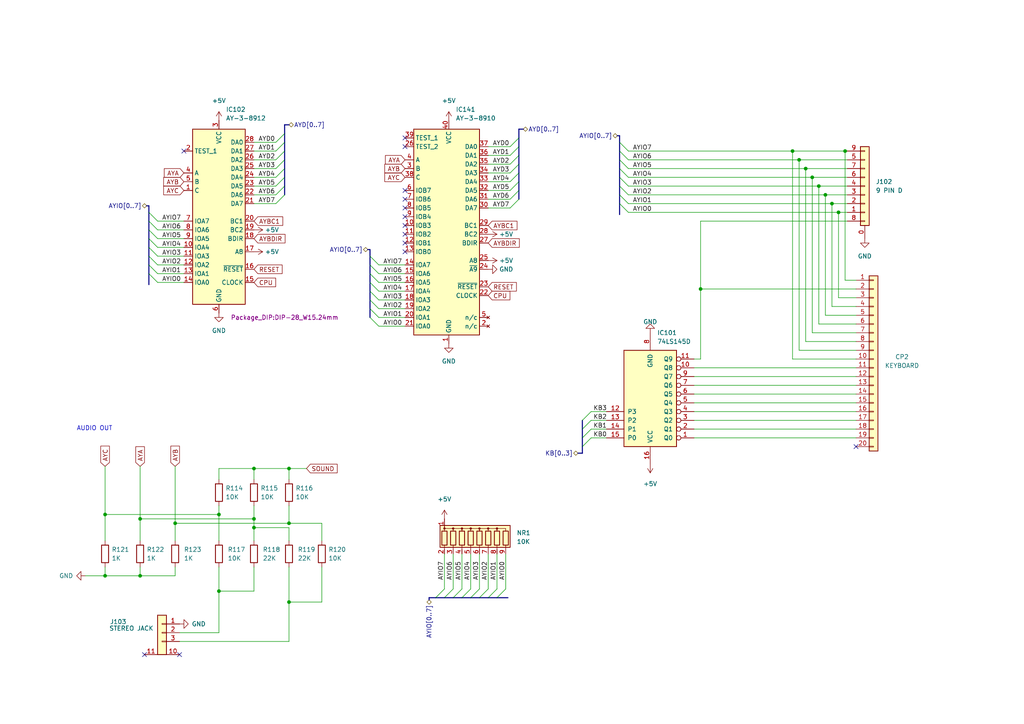
<source format=kicad_sch>
(kicad_sch (version 20230121) (generator eeschema)
  (paper "A4")
  (lib_symbols
    (symbol "74xx:74LS145" (pin_names (offset 1.016))
      (property "Reference" "U" (at -7.62 13.97 0))
      (property "Value" "74LS145" (at -7.62 -16.51 0))
      (symbol "74LS145_1_0"
        (pin open_collector inverted (at 12.7 10.16 180) (length 5.08) (name "Q0") (number "1"))
        (pin open_collector inverted (at 12.7 -10.16 180) (length 5.08) (name "Q8") (number "10"))
        (pin open_collector inverted (at 12.7 -12.7 180) (length 5.08) (name "Q9") (number "11"))
        (pin input line (at -12.7 2.54 0) (length 5.08) (name "P3") (number "12"))
        (pin input line (at -12.7 5.08 0) (length 5.08) (name "P2") (number "13"))
        (pin input line (at -12.7 7.62 0) (length 5.08) (name "P1") (number "14"))
        (pin input line (at -12.7 10.16 0) (length 5.08) (name "P0") (number "15"))
        (pin power_in line (at 0 17.78 270) (length 5.08) (name "VCC") (number "16"))
        (pin open_collector inverted (at 12.7 7.62 180) (length 5.08) (name "Q1") (number "2"))
        (pin open_collector inverted (at 12.7 5.08 180) (length 5.08) (name "Q2") (number "3"))
        (pin open_collector inverted (at 12.7 2.54 180) (length 5.08) (name "Q3") (number "4"))
        (pin open_collector inverted (at 12.7 0 180) (length 5.08) (name "Q4") (number "5"))
        (pin open_collector inverted (at 12.7 -2.54 180) (length 5.08) (name "Q5") (number "6"))
        (pin open_collector inverted (at 12.7 -5.08 180) (length 5.08) (name "Q6") (number "7"))
        (pin power_in line (at 0 -20.32 90) (length 5.08) (name "GND") (number "8"))
        (pin open_collector inverted (at 12.7 -7.62 180) (length 5.08) (name "Q7") (number "9"))
      )
      (symbol "74LS145_1_1"
        (rectangle (start -7.62 12.7) (end 7.62 -15.24) (stroke (width 0.254)) (fill (type background)))
      )
    )
    (symbol "Amstrad:AY-3-8910"
      (property "Reference" "U" (at -8.89 31.75 0))
      (property "Value" "AY-3-8910" (at 1.27 -30.48 0))
      (symbol "AY-3-8910_1_1"
        (rectangle (start -10.16 30.48) (end 8.89 -29.21) (stroke (width 0.254)) (fill (type background)))
        (pin power_in line (at 0 -31.75 90) (length 2.54) (name "GND") (number "1"))
        (pin input line (at -12.7 2.54 0) (length 2.54) (name "IOB3") (number "10"))
        (pin input line (at -12.7 0 0) (length 2.54) (name "IOB2") (number "11"))
        (pin input line (at -12.7 -2.54 0) (length 2.54) (name "IOB1") (number "12"))
        (pin input line (at -12.7 -5.08 0) (length 2.54) (name "IOB0") (number "13"))
        (pin input line (at -12.7 -8.89 0) (length 2.54) (name "IOA7") (number "14"))
        (pin input line (at -12.7 -11.43 0) (length 2.54) (name "IOA6") (number "15"))
        (pin input line (at -12.7 -13.97 0) (length 2.54) (name "IOA5") (number "16"))
        (pin input line (at -12.7 -16.51 0) (length 2.54) (name "IOA4") (number "17"))
        (pin input line (at -12.7 -19.05 0) (length 2.54) (name "IOA3") (number "18"))
        (pin input line (at -12.7 -21.59 0) (length 2.54) (name "IOA2") (number "19"))
        (pin no_connect line (at 11.43 -26.67 180) (length 2.54) (name "n/c") (number "2"))
        (pin input line (at -12.7 -24.13 0) (length 2.54) (name "IOA1") (number "20"))
        (pin input line (at -12.7 -26.67 0) (length 2.54) (name "IOA0") (number "21"))
        (pin input line (at 11.43 -17.78 180) (length 2.54) (name "CLOCK") (number "22"))
        (pin input line (at 11.43 -15.24 180) (length 2.54) (name "~{RESET}") (number "23"))
        (pin input line (at 11.43 -10.16 180) (length 2.54) (name "~{A9}") (number "24"))
        (pin input line (at 11.43 -7.62 180) (length 2.54) (name "A8") (number "25"))
        (pin passive line (at -12.7 25.4 0) (length 2.54) (name "TEST_2") (number "26"))
        (pin input line (at 11.43 -2.54 180) (length 2.54) (name "BDIR") (number "27"))
        (pin input line (at 11.43 0 180) (length 2.54) (name "BC2") (number "28"))
        (pin input line (at 11.43 2.54 180) (length 2.54) (name "BC1") (number "29"))
        (pin output line (at -12.7 19.05 0) (length 2.54) (name "B") (number "3"))
        (pin tri_state line (at 11.43 7.62 180) (length 2.54) (name "DA7") (number "30"))
        (pin tri_state line (at 11.43 10.16 180) (length 2.54) (name "DA6") (number "31"))
        (pin tri_state line (at 11.43 12.7 180) (length 2.54) (name "DA5") (number "32"))
        (pin tri_state line (at 11.43 15.24 180) (length 2.54) (name "DA4") (number "33"))
        (pin tri_state line (at 11.43 17.78 180) (length 2.54) (name "DA3") (number "34"))
        (pin tri_state line (at 11.43 20.32 180) (length 2.54) (name "DA2") (number "35"))
        (pin tri_state line (at 11.43 22.86 180) (length 2.54) (name "DA1") (number "36"))
        (pin tri_state line (at 11.43 25.4 180) (length 2.54) (name "DA0") (number "37"))
        (pin output line (at -12.7 16.51 0) (length 2.54) (name "C") (number "38"))
        (pin passive line (at -12.7 27.94 0) (length 2.54) (name "TEST_1") (number "39"))
        (pin output line (at -12.7 21.59 0) (length 2.54) (name "A") (number "4"))
        (pin power_in line (at 0 33.02 270) (length 2.54) (name "VCC") (number "40"))
        (pin no_connect line (at 11.43 -24.13 180) (length 2.54) (name "n/c") (number "5"))
        (pin input line (at -12.7 12.7 0) (length 2.54) (name "IOB7") (number "6"))
        (pin input line (at -12.7 10.16 0) (length 2.54) (name "IOB6") (number "7"))
        (pin input line (at -12.7 7.62 0) (length 2.54) (name "IOB5") (number "8"))
        (pin input line (at -12.7 5.08 0) (length 2.54) (name "IOB4") (number "9"))
      )
    )
    (symbol "Amstrad:AY-3-8912"
      (property "Reference" "U" (at -7.62 26.67 0))
      (property "Value" "AY-3-8912" (at 2.54 -26.67 0))
      (symbol "AY-3-8912_1_1"
        (rectangle (start -7.62 25.4) (end 7.62 -25.4) (stroke (width 0.254)) (fill (type background)))
        (pin output line (at -10.16 7.62 0) (length 2.54) (name "C") (number "1"))
        (pin input line (at -10.16 -8.89 0) (length 2.54) (name "IOA4") (number "10"))
        (pin input line (at -10.16 -11.43 0) (length 2.54) (name "IOA3") (number "11"))
        (pin input line (at -10.16 -13.97 0) (length 2.54) (name "IOA2") (number "12"))
        (pin input line (at -10.16 -16.51 0) (length 2.54) (name "IOA1") (number "13"))
        (pin input line (at -10.16 -19.05 0) (length 2.54) (name "IOA0") (number "14"))
        (pin input line (at 10.16 -19.05 180) (length 2.54) (name "CLOCK") (number "15"))
        (pin input line (at 10.16 -15.24 180) (length 2.54) (name "~{RESET}") (number "16"))
        (pin input line (at 10.16 -10.16 180) (length 2.54) (name "A8") (number "17"))
        (pin input line (at 10.16 -6.35 180) (length 2.54) (name "BDIR") (number "18"))
        (pin input line (at 10.16 -3.81 180) (length 2.54) (name "BC2") (number "19"))
        (pin passive line (at -10.16 19.05 0) (length 2.54) (name "TEST_1") (number "2"))
        (pin input line (at 10.16 -1.27 180) (length 2.54) (name "BC1") (number "20"))
        (pin tri_state line (at 10.16 3.81 180) (length 2.54) (name "DA7") (number "21"))
        (pin tri_state line (at 10.16 6.35 180) (length 2.54) (name "DA6") (number "22"))
        (pin tri_state line (at 10.16 8.89 180) (length 2.54) (name "DA5") (number "23"))
        (pin tri_state line (at 10.16 11.43 180) (length 2.54) (name "DA4") (number "24"))
        (pin tri_state line (at 10.16 13.97 180) (length 2.54) (name "DA3") (number "25"))
        (pin tri_state line (at 10.16 16.51 180) (length 2.54) (name "DA2") (number "26"))
        (pin tri_state line (at 10.16 19.05 180) (length 2.54) (name "DA1") (number "27"))
        (pin tri_state line (at 10.16 21.59 180) (length 2.54) (name "DA0") (number "28"))
        (pin power_in line (at 0 27.94 270) (length 2.54) (name "VCC") (number "3"))
        (pin output line (at -10.16 12.7 0) (length 2.54) (name "A") (number "4"))
        (pin output line (at -10.16 10.16 0) (length 2.54) (name "B") (number "5"))
        (pin power_in line (at 0 -27.94 90) (length 2.54) (name "GND") (number "6"))
        (pin input line (at -10.16 -1.27 0) (length 2.54) (name "IOA7") (number "7"))
        (pin input line (at -10.16 -3.81 0) (length 2.54) (name "IOA6") (number "8"))
        (pin input line (at -10.16 -6.35 0) (length 2.54) (name "IOA5") (number "9"))
      )
    )
    (symbol "CPC464-MINI:AUDIO" (pin_names (offset 1.016) hide)
      (property "Reference" "J103" (at 5.08 3.175 0))
      (property "Value" "AUDIO" (at 5.08 1.27 0))
      (symbol "AUDIO_1_1"
        (rectangle (start -1.27 -2.413) (end 0 -2.667) (stroke (width 0.1524)))
        (rectangle (start -1.27 0.127) (end 0 -0.127) (stroke (width 0.1524)))
        (rectangle (start -1.27 2.667) (end 0 2.413) (stroke (width 0.1524)))
        (rectangle (start -1.27 5.08) (end 1.27 -6.35) (stroke (width 0.254)) (fill (type background)))
        (pin passive line (at -5.08 2.54 0) (length 3.81) (name "1") (number "1"))
        (pin passive line (at -5.08 -6.35 0) (length 3.81) (name "10") (number "10"))
        (pin passive line (at 5.08 -6.35 180) (length 3.81) (name "11") (number "11"))
        (pin passive line (at -5.08 0 0) (length 3.81) (name "2") (number "2"))
        (pin passive line (at -5.08 -2.54 0) (length 3.81) (name "Ground") (number "3"))
      )
    )
    (symbol "CPC464-MINI:JOYSTICK" (pin_names (offset 1.016) hide)
      (property "Reference" "J102" (at 3.175 1.2701 0))
      (property "Value" "JOYSTICK" (at 3.175 -1.2699 0))
      (symbol "JOYSTICK_1_1"
        (rectangle (start -1.27 -10.033) (end 0 -10.287) (stroke (width 0.1524)))
        (rectangle (start -1.27 -7.493) (end 0 -7.747) (stroke (width 0.1524)))
        (rectangle (start -1.27 -4.953) (end 0 -5.207) (stroke (width 0.1524)))
        (rectangle (start -1.27 -2.413) (end 0 -2.667) (stroke (width 0.1524)))
        (rectangle (start -1.27 0.127) (end 0 -0.127) (stroke (width 0.1524)))
        (rectangle (start -1.27 2.667) (end 0 2.413) (stroke (width 0.1524)))
        (rectangle (start -1.27 5.207) (end 0 4.953) (stroke (width 0.1524)))
        (rectangle (start -1.27 7.747) (end 0 7.493) (stroke (width 0.1524)))
        (rectangle (start -1.27 10.287) (end 0 10.033) (stroke (width 0.1524)))
        (rectangle (start -1.27 11.43) (end 1.27 -11.43) (stroke (width 0.254)) (fill (type background)))
        (pin passive line (at 0 -15.24 90) (length 3.81) (name "GND") (number "0"))
        (pin passive line (at -5.08 -7.62 0) (length 3.81) (name "Pin_1") (number "1"))
        (pin passive line (at -5.08 -5.08 0) (length 3.81) (name "Pin_2") (number "2"))
        (pin passive line (at -5.08 -2.54 0) (length 3.81) (name "Pin_3") (number "3"))
        (pin passive line (at -5.08 0 0) (length 3.81) (name "Pin_4") (number "4"))
        (pin passive line (at -5.08 7.62 0) (length 3.81) (name "Pin_5") (number "5"))
        (pin passive line (at -5.08 2.54 0) (length 3.81) (name "Pin_6") (number "6"))
        (pin passive line (at -5.08 5.08 0) (length 3.81) (name "Pin_7") (number "7"))
        (pin passive line (at -5.08 -10.16 0) (length 3.81) (name "Pin_8") (number "8"))
        (pin passive line (at -5.08 10.16 0) (length 3.81) (name "Pin_9") (number "9"))
      )
    )
    (symbol "Connector_Generic:Conn_01x20" (pin_names (offset 1.016) hide)
      (property "Reference" "J" (at 0 25.4 0))
      (property "Value" "Conn_01x20" (at 0 -27.94 0))
      (symbol "Conn_01x20_1_1"
        (rectangle (start -1.27 -25.273) (end 0 -25.527) (stroke (width 0.1524)))
        (rectangle (start -1.27 -22.733) (end 0 -22.987) (stroke (width 0.1524)))
        (rectangle (start -1.27 -20.193) (end 0 -20.447) (stroke (width 0.1524)))
        (rectangle (start -1.27 -17.653) (end 0 -17.907) (stroke (width 0.1524)))
        (rectangle (start -1.27 -15.113) (end 0 -15.367) (stroke (width 0.1524)))
        (rectangle (start -1.27 -12.573) (end 0 -12.827) (stroke (width 0.1524)))
        (rectangle (start -1.27 -10.033) (end 0 -10.287) (stroke (width 0.1524)))
        (rectangle (start -1.27 -7.493) (end 0 -7.747) (stroke (width 0.1524)))
        (rectangle (start -1.27 -4.953) (end 0 -5.207) (stroke (width 0.1524)))
        (rectangle (start -1.27 -2.413) (end 0 -2.667) (stroke (width 0.1524)))
        (rectangle (start -1.27 0.127) (end 0 -0.127) (stroke (width 0.1524)))
        (rectangle (start -1.27 2.667) (end 0 2.413) (stroke (width 0.1524)))
        (rectangle (start -1.27 5.207) (end 0 4.953) (stroke (width 0.1524)))
        (rectangle (start -1.27 7.747) (end 0 7.493) (stroke (width 0.1524)))
        (rectangle (start -1.27 10.287) (end 0 10.033) (stroke (width 0.1524)))
        (rectangle (start -1.27 12.827) (end 0 12.573) (stroke (width 0.1524)))
        (rectangle (start -1.27 15.367) (end 0 15.113) (stroke (width 0.1524)))
        (rectangle (start -1.27 17.907) (end 0 17.653) (stroke (width 0.1524)))
        (rectangle (start -1.27 20.447) (end 0 20.193) (stroke (width 0.1524)))
        (rectangle (start -1.27 22.987) (end 0 22.733) (stroke (width 0.1524)))
        (rectangle (start -1.27 24.13) (end 1.27 -26.67) (stroke (width 0.254)) (fill (type background)))
        (pin passive line (at -5.08 22.86 0) (length 3.81) (name "Pin_1") (number "1"))
        (pin passive line (at -5.08 0 0) (length 3.81) (name "Pin_10") (number "10"))
        (pin passive line (at -5.08 -2.54 0) (length 3.81) (name "Pin_11") (number "11"))
        (pin passive line (at -5.08 -5.08 0) (length 3.81) (name "Pin_12") (number "12"))
        (pin passive line (at -5.08 -7.62 0) (length 3.81) (name "Pin_13") (number "13"))
        (pin passive line (at -5.08 -10.16 0) (length 3.81) (name "Pin_14") (number "14"))
        (pin passive line (at -5.08 -12.7 0) (length 3.81) (name "Pin_15") (number "15"))
        (pin passive line (at -5.08 -15.24 0) (length 3.81) (name "Pin_16") (number "16"))
        (pin passive line (at -5.08 -17.78 0) (length 3.81) (name "Pin_17") (number "17"))
        (pin passive line (at -5.08 -20.32 0) (length 3.81) (name "Pin_18") (number "18"))
        (pin passive line (at -5.08 -22.86 0) (length 3.81) (name "Pin_19") (number "19"))
        (pin passive line (at -5.08 20.32 0) (length 3.81) (name "Pin_2") (number "2"))
        (pin passive line (at -5.08 -25.4 0) (length 3.81) (name "Pin_20") (number "20"))
        (pin passive line (at -5.08 17.78 0) (length 3.81) (name "Pin_3") (number "3"))
        (pin passive line (at -5.08 15.24 0) (length 3.81) (name "Pin_4") (number "4"))
        (pin passive line (at -5.08 12.7 0) (length 3.81) (name "Pin_5") (number "5"))
        (pin passive line (at -5.08 10.16 0) (length 3.81) (name "Pin_6") (number "6"))
        (pin passive line (at -5.08 7.62 0) (length 3.81) (name "Pin_7") (number "7"))
        (pin passive line (at -5.08 5.08 0) (length 3.81) (name "Pin_8") (number "8"))
        (pin passive line (at -5.08 2.54 0) (length 3.81) (name "Pin_9") (number "9"))
      )
    )
    (symbol "Device:R" (pin_numbers hide) (pin_names (offset 0))
      (property "Reference" "R" (at 2.032 0 90))
      (property "Value" "R" (at 0 0 90))
      (symbol "R_0_1"
        (rectangle (start -1.016 -2.54) (end 1.016 2.54) (stroke (width 0.254)))
      )
      (symbol "R_1_1"
        (pin passive line (at 0 3.81 270) (length 1.27) (name "~") (number "1"))
        (pin passive line (at 0 -3.81 90) (length 1.27) (name "~") (number "2"))
      )
    )
    (symbol "Device:R_Network08" (pin_names (offset 0) hide)
      (property "Reference" "RN" (at -12.7 0 90))
      (property "Value" "R_Network08" (at 10.16 0 90))
      (symbol "R_Network08_0_1"
        (rectangle (start -11.43 -3.175) (end 8.89 3.175) (stroke (width 0.254)) (fill (type background)))
        (rectangle (start -10.922 1.524) (end -9.398 -2.54) (stroke (width 0.254)))
        (circle (center -10.16 2.286) (radius 0.254) (fill (type outline)))
        (rectangle (start -8.382 1.524) (end -6.858 -2.54) (stroke (width 0.254)))
        (circle (center -7.62 2.286) (radius 0.254) (fill (type outline)))
        (rectangle (start -5.842 1.524) (end -4.318 -2.54) (stroke (width 0.254)))
        (circle (center -5.08 2.286) (radius 0.254) (fill (type outline)))
        (rectangle (start -3.302 1.524) (end -1.778 -2.54) (stroke (width 0.254)))
        (circle (center -2.54 2.286) (radius 0.254) (fill (type outline)))
        (rectangle (start -0.762 1.524) (end 0.762 -2.54) (stroke (width 0.254)))
        (polyline (pts (xy -10.16 -2.54) (xy -10.16 -3.81)))
        (polyline (pts (xy -7.62 -2.54) (xy -7.62 -3.81)))
        (polyline (pts (xy -5.08 -2.54) (xy -5.08 -3.81)))
        (polyline (pts (xy -2.54 -2.54) (xy -2.54 -3.81)))
        (polyline (pts (xy 0 -2.54) (xy 0 -3.81)))
        (polyline (pts (xy 2.54 -2.54) (xy 2.54 -3.81)))
        (polyline (pts (xy 5.08 -2.54) (xy 5.08 -3.81)))
        (polyline (pts (xy 7.62 -2.54) (xy 7.62 -3.81)))
        (polyline (pts (xy -10.16 1.524) (xy -10.16 2.286) (xy -7.62 2.286) (xy -7.62 1.524)))
        (polyline (pts (xy -7.62 1.524) (xy -7.62 2.286) (xy -5.08 2.286) (xy -5.08 1.524)))
        (polyline (pts (xy -5.08 1.524) (xy -5.08 2.286) (xy -2.54 2.286) (xy -2.54 1.524)))
        (polyline (pts (xy -2.54 1.524) (xy -2.54 2.286) (xy 0 2.286) (xy 0 1.524)))
        (polyline (pts (xy 0 1.524) (xy 0 2.286) (xy 2.54 2.286) (xy 2.54 1.524)))
        (polyline (pts (xy 2.54 1.524) (xy 2.54 2.286) (xy 5.08 2.286) (xy 5.08 1.524)))
        (polyline (pts (xy 5.08 1.524) (xy 5.08 2.286) (xy 7.62 2.286) (xy 7.62 1.524)))
        (circle (center 0 2.286) (radius 0.254) (fill (type outline)))
        (rectangle (start 1.778 1.524) (end 3.302 -2.54) (stroke (width 0.254)))
        (circle (center 2.54 2.286) (radius 0.254) (fill (type outline)))
        (rectangle (start 4.318 1.524) (end 5.842 -2.54) (stroke (width 0.254)))
        (circle (center 5.08 2.286) (radius 0.254) (fill (type outline)))
        (rectangle (start 6.858 1.524) (end 8.382 -2.54) (stroke (width 0.254)))
      )
      (symbol "R_Network08_1_1"
        (pin passive line (at -10.16 5.08 270) (length 2.54) (name "common") (number "1"))
        (pin passive line (at -10.16 -5.08 90) (length 1.27) (name "R1") (number "2"))
        (pin passive line (at -7.62 -5.08 90) (length 1.27) (name "R2") (number "3"))
        (pin passive line (at -5.08 -5.08 90) (length 1.27) (name "R3") (number "4"))
        (pin passive line (at -2.54 -5.08 90) (length 1.27) (name "R4") (number "5"))
        (pin passive line (at 0 -5.08 90) (length 1.27) (name "R5") (number "6"))
        (pin passive line (at 2.54 -5.08 90) (length 1.27) (name "R6") (number "7"))
        (pin passive line (at 5.08 -5.08 90) (length 1.27) (name "R7") (number "8"))
        (pin passive line (at 7.62 -5.08 90) (length 1.27) (name "R8") (number "9"))
      )
    )
    (symbol "power:+5V" (power) (pin_names (offset 0))
      (property "Value" "+5V" (at 0 3.556 0))
      (symbol "+5V_0_1"
        (polyline (pts (xy -0.762 1.27) (xy 0 2.54)))
        (polyline (pts (xy 0 0) (xy 0 2.54)))
        (polyline (pts (xy 0 2.54) (xy 0.762 1.27)))
      )
      (symbol "+5V_1_1"
        (pin power_in line (at 0 0 90) (length 0) hide (name "+5V") (number "1"))
      )
    )
    (symbol "power:GND" (power) (pin_names (offset 0))
      (property "Value" "GND" (at 0 -3.81 0))
      (symbol "GND_0_1"
        (polyline (pts (xy 0 0) (xy 0 -1.27) (xy 1.27 -1.27) (xy 0 -2.54) (xy -1.27 -1.27) (xy 0 -1.27)))
      )
      (symbol "GND_1_1"
        (pin power_in line (at 0 0 270) (length 0) hide (name "GND") (number "1"))
      )
    )
  )
  (junction (at 83.82 135.89))
  (junction (at 73.66 150.495))
  (junction (at 83.82 174.625))
  (junction (at 229.87 43.815))
  (junction (at 231.775 46.355))
  (junction (at 233.68 48.895))
  (junction (at 30.48 167.005))
  (junction (at 203.2 83.82))
  (junction (at 243.205 61.595))
  (junction (at 50.8 151.765))
  (junction (at 235.585 51.435))
  (junction (at 83.82 151.765))
  (junction (at 73.66 135.89))
  (junction (at 245.11 43.815))
  (junction (at 40.64 167.005))
  (junction (at 73.66 153.035))
  (junction (at 237.49 53.975))
  (junction (at 30.48 149.225))
  (junction (at 63.5 149.225))
  (junction (at 63.5 171.45))
  (junction (at 239.395 56.515))
  (junction (at 40.64 150.495))
  (junction (at 241.3 59.055))
  (no_connect (at 117.475 67.945))
  (no_connect (at 52.07 189.865))
  (no_connect (at 117.475 42.545))
  (no_connect (at 117.475 55.245))
  (no_connect (at 41.91 189.865))
  (no_connect (at 53.34 43.815))
  (no_connect (at 117.475 40.005))
  (no_connect (at 117.475 65.405))
  (no_connect (at 117.475 62.865))
  (no_connect (at 117.475 73.025))
  (no_connect (at 117.475 70.485))
  (no_connect (at 117.475 57.785))
  (no_connect (at 248.285 129.54))
  (no_connect (at 117.475 60.325))
  (bus_entry (at 107.315 81.915) (size 2.54 2.54))
  (bus_entry (at 168.91 124.46) (size 2.54 -2.54))
  (bus_entry (at 107.315 89.535) (size 2.54 2.54))
  (bus_entry (at 80.01 51.435) (size 2.54 -2.54))
  (bus_entry (at 168.91 121.92) (size 2.54 -2.54))
  (bus_entry (at 147.955 57.785) (size 2.54 -2.54))
  (bus_entry (at 43.18 61.595) (size 2.54 2.54))
  (bus_entry (at 107.315 76.835) (size 2.54 2.54))
  (bus_entry (at 133.985 173.355) (size 2.54 -2.54))
  (bus_entry (at 144.145 173.355) (size 2.54 -2.54))
  (bus_entry (at 131.445 173.355) (size 2.54 -2.54))
  (bus_entry (at 179.705 53.975) (size 2.54 2.54))
  (bus_entry (at 43.18 76.835) (size 2.54 2.54))
  (bus_entry (at 147.955 42.545) (size 2.54 -2.54))
  (bus_entry (at 179.705 48.895) (size 2.54 2.54))
  (bus_entry (at 141.605 173.355) (size 2.54 -2.54))
  (bus_entry (at 80.01 43.815) (size 2.54 -2.54))
  (bus_entry (at 80.01 48.895) (size 2.54 -2.54))
  (bus_entry (at 43.18 64.135) (size 2.54 2.54))
  (bus_entry (at 139.065 173.355) (size 2.54 -2.54))
  (bus_entry (at 107.315 74.295) (size 2.54 2.54))
  (bus_entry (at 168.91 129.54) (size 2.54 -2.54))
  (bus_entry (at 147.955 52.705) (size 2.54 -2.54))
  (bus_entry (at 179.705 46.355) (size 2.54 2.54))
  (bus_entry (at 147.955 50.165) (size 2.54 -2.54))
  (bus_entry (at 80.01 59.055) (size 2.54 -2.54))
  (bus_entry (at 179.705 59.055) (size 2.54 2.54))
  (bus_entry (at 43.18 66.675) (size 2.54 2.54))
  (bus_entry (at 43.18 79.375) (size 2.54 2.54))
  (bus_entry (at 128.905 173.355) (size 2.54 -2.54))
  (bus_entry (at 147.955 45.085) (size 2.54 -2.54))
  (bus_entry (at 179.705 43.815) (size 2.54 2.54))
  (bus_entry (at 179.705 41.275) (size 2.54 2.54))
  (bus_entry (at 43.18 74.295) (size 2.54 2.54))
  (bus_entry (at 179.705 56.515) (size 2.54 2.54))
  (bus_entry (at 126.365 173.355) (size 2.54 -2.54))
  (bus_entry (at 107.315 92.075) (size 2.54 2.54))
  (bus_entry (at 147.955 47.625) (size 2.54 -2.54))
  (bus_entry (at 168.91 127) (size 2.54 -2.54))
  (bus_entry (at 107.315 86.995) (size 2.54 2.54))
  (bus_entry (at 80.01 46.355) (size 2.54 -2.54))
  (bus_entry (at 147.955 55.245) (size 2.54 -2.54))
  (bus_entry (at 80.01 41.275) (size 2.54 -2.54))
  (bus_entry (at 80.01 56.515) (size 2.54 -2.54))
  (bus_entry (at 136.525 173.355) (size 2.54 -2.54))
  (bus_entry (at 107.315 79.375) (size 2.54 2.54))
  (bus_entry (at 179.705 51.435) (size 2.54 2.54))
  (bus_entry (at 107.315 84.455) (size 2.54 2.54))
  (bus_entry (at 80.01 53.975) (size 2.54 -2.54))
  (bus_entry (at 43.18 71.755) (size 2.54 2.54))
  (bus_entry (at 147.955 60.325) (size 2.54 -2.54))
  (bus_entry (at 43.18 69.215) (size 2.54 2.54))
  (wire (pts (xy 235.585 96.52) (xy 235.585 51.435)))
  (wire (pts (xy 93.345 174.625) (xy 93.345 164.465)))
  (bus (pts (xy 43.18 66.675) (xy 43.18 69.215)))
  (wire (pts (xy 203.2 83.82) (xy 203.2 64.135)))
  (wire (pts (xy 45.72 76.835) (xy 53.34 76.835)))
  (bus (pts (xy 179.705 48.895) (xy 179.705 51.435)))
  (bus (pts (xy 107.315 79.375) (xy 107.315 81.915)))
  (wire (pts (xy 241.3 59.055) (xy 245.745 59.055)))
  (wire (pts (xy 83.82 135.89) (xy 83.82 139.065)))
  (wire (pts (xy 128.905 170.815) (xy 128.905 160.655)))
  (wire (pts (xy 52.07 186.055) (xy 83.82 186.055)))
  (wire (pts (xy 50.8 135.255) (xy 50.8 151.765)))
  (bus (pts (xy 43.18 69.215) (xy 43.18 71.755)))
  (bus (pts (xy 82.55 36.195) (xy 82.55 38.735)))
  (wire (pts (xy 201.295 109.22) (xy 248.285 109.22)))
  (wire (pts (xy 248.285 101.6) (xy 231.775 101.6)))
  (bus (pts (xy 107.315 74.295) (xy 107.315 76.835)))
  (bus (pts (xy 43.18 76.835) (xy 43.18 79.375)))
  (wire (pts (xy 73.66 51.435) (xy 80.01 51.435)))
  (wire (pts (xy 30.48 164.465) (xy 30.48 167.005)))
  (wire (pts (xy 182.245 48.895) (xy 233.68 48.895)))
  (wire (pts (xy 237.49 93.98) (xy 237.49 53.975)))
  (wire (pts (xy 136.525 170.815) (xy 136.525 160.655)))
  (wire (pts (xy 40.64 164.465) (xy 40.64 167.005)))
  (wire (pts (xy 63.5 135.89) (xy 73.66 135.89)))
  (wire (pts (xy 146.685 170.815) (xy 146.685 160.655)))
  (wire (pts (xy 233.68 48.895) (xy 245.745 48.895)))
  (wire (pts (xy 83.82 135.89) (xy 88.9 135.89)))
  (wire (pts (xy 241.3 88.9) (xy 241.3 59.055)))
  (wire (pts (xy 237.49 53.975) (xy 245.745 53.975)))
  (bus (pts (xy 179.705 56.515) (xy 179.705 59.055)))
  (wire (pts (xy 109.855 84.455) (xy 117.475 84.455)))
  (wire (pts (xy 243.205 61.595) (xy 245.745 61.595)))
  (bus (pts (xy 136.525 173.355) (xy 139.065 173.355)))
  (bus (pts (xy 124.46 173.99) (xy 124.46 173.355)))
  (wire (pts (xy 73.66 171.45) (xy 63.5 171.45)))
  (wire (pts (xy 248.285 96.52) (xy 235.585 96.52)))
  (wire (pts (xy 73.66 48.895) (xy 80.01 48.895)))
  (wire (pts (xy 229.87 104.14) (xy 229.87 43.815)))
  (bus (pts (xy 82.55 41.275) (xy 82.55 43.815)))
  (wire (pts (xy 83.82 151.765) (xy 83.82 146.685)))
  (wire (pts (xy 50.8 167.005) (xy 50.8 164.465)))
  (bus (pts (xy 141.605 173.355) (xy 144.145 173.355)))
  (bus (pts (xy 151.765 37.465) (xy 150.495 37.465)))
  (wire (pts (xy 201.295 106.68) (xy 248.285 106.68)))
  (wire (pts (xy 245.11 81.28) (xy 245.11 43.815)))
  (bus (pts (xy 179.705 39.37) (xy 179.705 41.275)))
  (wire (pts (xy 233.68 99.06) (xy 233.68 48.895)))
  (bus (pts (xy 139.065 173.355) (xy 141.605 173.355)))
  (bus (pts (xy 168.91 127) (xy 168.91 124.46)))
  (bus (pts (xy 106.68 72.39) (xy 107.315 72.39)))
  (bus (pts (xy 107.315 89.535) (xy 107.315 92.075)))
  (bus (pts (xy 179.705 59.055) (xy 179.705 62.23)))
  (bus (pts (xy 107.315 84.455) (xy 107.315 86.995)))
  (bus (pts (xy 150.495 52.705) (xy 150.495 55.245)))
  (bus (pts (xy 124.46 173.355) (xy 126.365 173.355)))
  (wire (pts (xy 63.5 139.065) (xy 63.5 135.89)))
  (bus (pts (xy 168.91 124.46) (xy 168.91 121.92)))
  (wire (pts (xy 45.72 66.675) (xy 53.34 66.675)))
  (bus (pts (xy 131.445 173.355) (xy 133.985 173.355)))
  (wire (pts (xy 30.48 149.225) (xy 30.48 156.845)))
  (bus (pts (xy 83.82 36.195) (xy 82.55 36.195)))
  (wire (pts (xy 73.66 56.515) (xy 80.01 56.515)))
  (wire (pts (xy 245.11 43.815) (xy 229.87 43.815)))
  (wire (pts (xy 248.285 99.06) (xy 233.68 99.06)))
  (wire (pts (xy 239.395 91.44) (xy 239.395 56.515)))
  (wire (pts (xy 141.605 57.785) (xy 147.955 57.785)))
  (bus (pts (xy 43.18 74.295) (xy 43.18 76.835)))
  (bus (pts (xy 43.18 64.135) (xy 43.18 66.675)))
  (wire (pts (xy 248.285 81.28) (xy 245.11 81.28)))
  (wire (pts (xy 171.45 127) (xy 175.895 127)))
  (wire (pts (xy 63.5 171.45) (xy 63.5 164.465)))
  (bus (pts (xy 150.495 55.245) (xy 150.495 57.785)))
  (bus (pts (xy 179.705 53.975) (xy 179.705 56.515)))
  (wire (pts (xy 141.605 60.325) (xy 147.955 60.325)))
  (wire (pts (xy 141.605 52.705) (xy 147.955 52.705)))
  (wire (pts (xy 243.205 61.595) (xy 243.205 86.36)))
  (bus (pts (xy 179.705 51.435) (xy 179.705 53.975)))
  (wire (pts (xy 45.72 69.215) (xy 53.34 69.215)))
  (wire (pts (xy 73.66 150.495) (xy 73.66 146.685)))
  (wire (pts (xy 231.775 101.6) (xy 231.775 46.355)))
  (bus (pts (xy 128.905 173.355) (xy 131.445 173.355)))
  (wire (pts (xy 52.07 183.515) (xy 63.5 183.515)))
  (wire (pts (xy 73.66 59.055) (xy 80.01 59.055)))
  (wire (pts (xy 40.64 135.255) (xy 40.64 150.495)))
  (wire (pts (xy 141.605 55.245) (xy 147.955 55.245)))
  (bus (pts (xy 179.705 46.355) (xy 179.705 48.895)))
  (wire (pts (xy 248.285 91.44) (xy 239.395 91.44)))
  (wire (pts (xy 109.855 81.915) (xy 117.475 81.915)))
  (wire (pts (xy 109.855 79.375) (xy 117.475 79.375)))
  (bus (pts (xy 168.91 131.445) (xy 168.91 129.54)))
  (wire (pts (xy 201.295 119.38) (xy 248.285 119.38)))
  (wire (pts (xy 231.775 46.355) (xy 245.745 46.355)))
  (bus (pts (xy 82.55 51.435) (xy 82.55 53.975)))
  (wire (pts (xy 201.295 114.3) (xy 248.285 114.3)))
  (bus (pts (xy 82.55 46.355) (xy 82.55 48.895)))
  (wire (pts (xy 83.82 174.625) (xy 93.345 174.625)))
  (wire (pts (xy 248.285 88.9) (xy 241.3 88.9)))
  (bus (pts (xy 107.315 72.39) (xy 107.315 74.295)))
  (bus (pts (xy 42.545 59.69) (xy 43.18 59.69)))
  (wire (pts (xy 201.295 121.92) (xy 248.285 121.92)))
  (wire (pts (xy 171.45 121.92) (xy 175.895 121.92)))
  (wire (pts (xy 131.445 170.815) (xy 131.445 160.655)))
  (wire (pts (xy 83.82 156.845) (xy 83.82 153.035)))
  (wire (pts (xy 109.855 89.535) (xy 117.475 89.535)))
  (bus (pts (xy 150.495 45.085) (xy 150.495 47.625)))
  (wire (pts (xy 182.245 56.515) (xy 239.395 56.515)))
  (wire (pts (xy 63.5 149.225) (xy 63.5 156.845)))
  (wire (pts (xy 24.765 167.005) (xy 30.48 167.005)))
  (wire (pts (xy 133.985 170.815) (xy 133.985 160.655)))
  (wire (pts (xy 73.66 43.815) (xy 80.01 43.815)))
  (wire (pts (xy 93.345 151.765) (xy 93.345 156.845)))
  (bus (pts (xy 82.55 48.895) (xy 82.55 51.435)))
  (wire (pts (xy 201.295 116.84) (xy 248.285 116.84)))
  (bus (pts (xy 168.91 129.54) (xy 168.91 127)))
  (wire (pts (xy 73.66 135.89) (xy 83.82 135.89)))
  (bus (pts (xy 107.315 86.995) (xy 107.315 89.535)))
  (wire (pts (xy 201.295 104.14) (xy 203.2 104.14)))
  (wire (pts (xy 141.605 50.165) (xy 147.955 50.165)))
  (wire (pts (xy 203.2 64.135) (xy 245.745 64.135)))
  (wire (pts (xy 83.82 151.765) (xy 93.345 151.765)))
  (wire (pts (xy 83.82 164.465) (xy 83.82 174.625)))
  (bus (pts (xy 43.18 79.375) (xy 43.18 82.55)))
  (bus (pts (xy 150.495 50.165) (xy 150.495 52.705)))
  (bus (pts (xy 179.07 39.37) (xy 179.705 39.37)))
  (bus (pts (xy 179.705 43.815) (xy 179.705 46.355)))
  (wire (pts (xy 203.2 104.14) (xy 203.2 83.82)))
  (wire (pts (xy 83.82 153.035) (xy 73.66 153.035)))
  (wire (pts (xy 201.295 111.76) (xy 248.285 111.76)))
  (bus (pts (xy 126.365 173.355) (xy 128.905 173.355)))
  (wire (pts (xy 45.72 64.135) (xy 53.34 64.135)))
  (wire (pts (xy 83.82 186.055) (xy 83.82 174.625)))
  (wire (pts (xy 63.5 183.515) (xy 63.5 171.45)))
  (bus (pts (xy 107.315 76.835) (xy 107.315 79.375)))
  (wire (pts (xy 45.72 71.755) (xy 53.34 71.755)))
  (wire (pts (xy 141.605 45.085) (xy 147.955 45.085)))
  (wire (pts (xy 40.64 150.495) (xy 73.66 150.495)))
  (bus (pts (xy 43.18 71.755) (xy 43.18 74.295)))
  (wire (pts (xy 45.72 81.915) (xy 53.34 81.915)))
  (bus (pts (xy 43.18 61.595) (xy 43.18 64.135)))
  (wire (pts (xy 30.48 135.255) (xy 30.48 149.225)))
  (wire (pts (xy 201.295 127) (xy 248.285 127)))
  (bus (pts (xy 43.18 59.69) (xy 43.18 61.595)))
  (wire (pts (xy 30.48 149.225) (xy 63.5 149.225)))
  (wire (pts (xy 141.605 42.545) (xy 147.955 42.545)))
  (wire (pts (xy 239.395 56.515) (xy 245.745 56.515)))
  (bus (pts (xy 150.495 37.465) (xy 150.495 40.005)))
  (wire (pts (xy 73.66 153.035) (xy 73.66 156.845)))
  (wire (pts (xy 73.66 164.465) (xy 73.66 171.45)))
  (wire (pts (xy 45.72 79.375) (xy 53.34 79.375)))
  (bus (pts (xy 82.55 43.815) (xy 82.55 46.355)))
  (wire (pts (xy 182.245 51.435) (xy 235.585 51.435)))
  (wire (pts (xy 109.855 86.995) (xy 117.475 86.995)))
  (wire (pts (xy 144.145 170.815) (xy 144.145 160.655)))
  (wire (pts (xy 235.585 51.435) (xy 245.745 51.435)))
  (wire (pts (xy 248.285 104.14) (xy 229.87 104.14)))
  (wire (pts (xy 243.205 86.36) (xy 248.285 86.36)))
  (wire (pts (xy 109.855 92.075) (xy 117.475 92.075)))
  (wire (pts (xy 171.45 124.46) (xy 175.895 124.46)))
  (bus (pts (xy 82.55 38.735) (xy 82.55 41.275)))
  (bus (pts (xy 82.55 53.975) (xy 82.55 56.515)))
  (wire (pts (xy 245.745 43.815) (xy 245.11 43.815)))
  (bus (pts (xy 150.495 42.545) (xy 150.495 45.085)))
  (bus (pts (xy 133.985 173.355) (xy 136.525 173.355)))
  (bus (pts (xy 107.315 81.915) (xy 107.315 84.455)))
  (wire (pts (xy 50.8 151.765) (xy 50.8 156.845)))
  (wire (pts (xy 40.64 167.005) (xy 50.8 167.005)))
  (wire (pts (xy 182.245 61.595) (xy 243.205 61.595)))
  (wire (pts (xy 203.2 83.82) (xy 248.285 83.82)))
  (wire (pts (xy 141.605 170.815) (xy 141.605 160.655)))
  (wire (pts (xy 73.66 46.355) (xy 80.01 46.355)))
  (wire (pts (xy 182.245 53.975) (xy 237.49 53.975)))
  (bus (pts (xy 150.495 40.005) (xy 150.495 42.545)))
  (wire (pts (xy 182.245 46.355) (xy 231.775 46.355)))
  (wire (pts (xy 201.295 124.46) (xy 248.285 124.46)))
  (bus (pts (xy 167.64 131.445) (xy 168.91 131.445)))
  (wire (pts (xy 73.66 53.975) (xy 80.01 53.975)))
  (bus (pts (xy 179.705 41.275) (xy 179.705 43.815)))
  (wire (pts (xy 109.855 94.615) (xy 117.475 94.615)))
  (wire (pts (xy 73.66 41.275) (xy 80.01 41.275)))
  (wire (pts (xy 73.66 135.89) (xy 73.66 139.065)))
  (wire (pts (xy 40.64 150.495) (xy 40.64 156.845)))
  (bus (pts (xy 150.495 47.625) (xy 150.495 50.165)))
  (wire (pts (xy 45.72 74.295) (xy 53.34 74.295)))
  (wire (pts (xy 73.66 150.495) (xy 73.66 153.035)))
  (bus (pts (xy 144.145 173.355) (xy 147.32 173.355)))
  (wire (pts (xy 109.855 76.835) (xy 117.475 76.835)))
  (wire (pts (xy 30.48 167.005) (xy 40.64 167.005)))
  (wire (pts (xy 248.285 93.98) (xy 237.49 93.98)))
  (wire (pts (xy 50.8 151.765) (xy 83.82 151.765)))
  (wire (pts (xy 171.45 119.38) (xy 175.895 119.38)))
  (wire (pts (xy 139.065 170.815) (xy 139.065 160.655)))
  (wire (pts (xy 182.245 59.055) (xy 241.3 59.055)))
  (wire (pts (xy 182.245 43.815) (xy 229.87 43.815)))
  (wire (pts (xy 141.605 47.625) (xy 147.955 47.625)))
  (wire (pts (xy 63.5 149.225) (xy 63.5 146.685)))
  (text "AUDIO OUT\n" (at 22.225 125.095 0) (effects (font (size 1.27 1.27)) (justify left bottom)))
  (label "AYD1" (at 142.875 45.085 0))
  (label "AYD7" (at 74.93 59.055 0))
  (label "AYD5" (at 142.875 55.245 0))
  (label "AYIO5" (at 183.515 48.895 0))
  (label "KB1" (at 172.085 124.46 0))
  (label "KB0" (at 172.085 127 0))
  (label "AYIO2" (at 46.99 76.835 0))
  (label "KB3" (at 172.085 119.38 0))
  (label "AYIO2" (at 111.125 89.535 0))
  (label "AYIO0" (at 46.99 81.915 0))
  (label "AYIO0" (at 183.515 61.595 0))
  (label "AYIO6" (at 46.99 66.675 0))
  (label "AYD1" (at 74.93 43.815 0))
  (label "AYIO6" (at 183.515 46.355 0))
  (label "AYIO2" (at 183.515 56.515 0))
  (label "AYIO4" (at 183.515 51.435 0))
  (label "AYIO0" (at 111.125 94.615 0))
  (label "AYD0" (at 74.93 41.275 0))
  (label "AYIO4" (at 136.525 168.275 90))
  (label "AYIO4" (at 111.125 84.455 0))
  (label "AYD6" (at 142.875 57.785 0))
  (label "AYD7" (at 142.875 60.325 0))
  (label "AYIO1" (at 183.515 59.055 0))
  (label "AYIO5" (at 111.125 81.915 0))
  (label "AYIO7" (at 111.125 76.835 0))
  (label "AYIO7" (at 183.515 43.815 0))
  (label "AYIO0" (at 146.685 168.275 90))
  (label "AYIO3" (at 46.99 74.295 0))
  (label "AYIO7" (at 46.99 64.135 0))
  (label "AYIO5" (at 133.985 168.275 90))
  (label "AYIO3" (at 111.125 86.995 0))
  (label "AYIO1" (at 144.145 168.275 90))
  (label "AYIO1" (at 46.99 79.375 0))
  (label "AYIO6" (at 131.445 168.275 90))
  (label "AYD3" (at 74.93 48.895 0))
  (label "AYIO1" (at 111.125 92.075 0))
  (label "AYD4" (at 142.875 52.705 0))
  (label "AYIO2" (at 141.605 168.275 90))
  (label "KB2" (at 172.085 121.92 0))
  (label "AYD3" (at 142.875 50.165 0))
  (label "AYD2" (at 74.93 46.355 0))
  (label "AYIO4" (at 46.99 71.755 0))
  (label "AYD2" (at 142.875 47.625 0))
  (label "AYIO7" (at 128.905 168.275 90))
  (label "AYD5" (at 74.93 53.975 0))
  (label "AYD0" (at 142.875 42.545 0))
  (label "AYD4" (at 74.93 51.435 0))
  (label "AYIO6" (at 111.125 79.375 0))
  (label "AYD6" (at 74.93 56.515 0))
  (label "AYIO3" (at 183.515 53.975 0))
  (label "AYIO5" (at 46.99 69.215 0))
  (label "AYIO3" (at 139.065 168.275 90))
  (global_label "AYC" (shape input) (at 53.34 55.245 180) (property "Intersheetrefs" "${INTERSHEET_REFS}" (effects hide)))
  (global_label "AYC" (shape input) (at 30.48 135.255 90) (property "Intersheetrefs" "${INTERSHEET_REFS}" (effects hide)))
  (global_label "AYA" (shape input) (at 117.475 46.355 180) (property "Intersheetrefs" "${INTERSHEET_REFS}" (effects hide)))
  (global_label "AYBC1" (shape input) (at 73.66 64.135 0) (property "Intersheetrefs" "${INTERSHEET_REFS}" (effects hide)))
  (global_label "AYC" (shape input) (at 117.475 51.435 180) (property "Intersheetrefs" "${INTERSHEET_REFS}" (effects hide)))
  (global_label "AYA" (shape input) (at 40.64 135.255 90) (property "Intersheetrefs" "${INTERSHEET_REFS}" (effects hide)))
  (global_label "AYB" (shape input) (at 53.34 52.705 180) (property "Intersheetrefs" "${INTERSHEET_REFS}" (effects hide)))
  (global_label "AYA" (shape input) (at 53.34 50.165 180) (property "Intersheetrefs" "${INTERSHEET_REFS}" (effects hide)))
  (global_label "AYBC1" (shape input) (at 141.605 65.405 0) (property "Intersheetrefs" "${INTERSHEET_REFS}" (effects hide)))
  (global_label "AYB" (shape input) (at 117.475 48.895 180) (property "Intersheetrefs" "${INTERSHEET_REFS}" (effects hide)))
  (global_label "CPU" (shape input) (at 73.66 81.915 0) (property "Intersheetrefs" "${INTERSHEET_REFS}" (effects hide)))
  (global_label "AYBDIR" (shape input) (at 73.66 69.215 0) (property "Intersheetrefs" "${INTERSHEET_REFS}" (effects hide)))
  (global_label "CPU" (shape input) (at 141.605 85.725 0) (property "Intersheetrefs" "${INTERSHEET_REFS}" (effects hide)))
  (global_label "RESET" (shape input) (at 73.66 78.105 0) (property "Intersheetrefs" "${INTERSHEET_REFS}" (effects hide)))
  (global_label "SOUND" (shape input) (at 88.9 135.89 0) (property "Intersheetrefs" "${INTERSHEET_REFS}" (effects hide)))
  (global_label "AYB" (shape input) (at 50.8 135.255 90) (property "Intersheetrefs" "${INTERSHEET_REFS}" (effects hide)))
  (global_label "AYBDIR" (shape input) (at 141.605 70.485 0) (property "Intersheetrefs" "${INTERSHEET_REFS}" (effects hide)))
  (global_label "RESET" (shape input) (at 141.605 83.185 0) (property "Intersheetrefs" "${INTERSHEET_REFS}" (effects hide)))
  (hierarchical_label "AYIO[0..7]" (shape bidirectional) (at 179.07 39.37 180))
  (hierarchical_label "AYD[0..7]" (shape bidirectional) (at 151.765 37.465 0))
  (hierarchical_label "AYD[0..7]" (shape bidirectional) (at 83.82 36.195 0))
  (hierarchical_label "KB[0..3]" (shape bidirectional) (at 167.64 131.445 180))
  (hierarchical_label "AYIO[0..7]" (shape bidirectional) (at 42.545 59.69 180))
  (hierarchical_label "AYIO[0..7]" (shape bidirectional) (at 106.68 72.39 180))
  (hierarchical_label "AYIO[0..7]" (shape bidirectional) (at 124.46 173.99 270))
  (symbol (lib_id "Device:R") (at 63.5 160.655 180) (unit 1)
    (property "Reference" "R117" (at 66.04 159.3849 0) (effects (justify right)))
    (property "Value" "10K" (at 66.04 161.9249 0) (effects (justify right)))
    (property "Footprint" "Resistor_SMD:R_0805_2012Metric" (effects hide))
    (property "LCSC" "C84376" (effects hide))
  )
  (symbol (lib_id "power:+5V") (at 73.66 66.675 270) (unit 1)
    (property "Reference" "#PWR0148" (effects hide))
    (property "Value" "+5V" (at 76.835 66.6749 90) (effects (justify left)))
  )
  (symbol (lib_id "Device:R") (at 83.82 142.875 180) (unit 1)
    (property "Reference" "R116" (at 85.725 141.6049 0) (effects (justify right)))
    (property "Value" "10K" (at 85.725 144.1449 0) (effects (justify right)))
    (property "Footprint" "Resistor_SMD:R_0805_2012Metric" (effects hide))
    (property "LCSC" "C84376" (effects hide))
  )
  (symbol (lib_id "power:GND") (at 250.825 69.215 0) (unit 1)
    (property "Reference" "#PWR0135" (effects hide))
    (property "Value" "GND" (at 250.825 74.295 0))
  )
  (symbol (lib_id "power:GND") (at 63.5 90.805 0) (unit 1)
    (property "Reference" "#PWR0146" (effects hide))
    (property "Value" "GND" (at 63.5 95.885 0))
  )
  (symbol (lib_id "CPC464-MINI:AUDIO") (at 46.99 183.515 0) (mirror y) (unit 1)
    (property "Reference" "J103" (at 34.29 180.34 0))
    (property "Value" "STEREO JACK" (at 38.1 182.245 0))
    (property "Footprint" "CPC464-MINI:STEREO" (effects hide))
  )
  (symbol (lib_id "Amstrad:AY-3-8910") (at 130.175 67.945 0) (unit 1)
    (property "Reference" "IC141" (at 132.1944 31.75 0) (effects (justify left)))
    (property "Value" "AY-3-8910" (at 132.1944 34.29 0) (effects (justify left)))
    (property "Footprint" "Package_DIP:DIP-40_W15.24mm" (effects hide))
  )
  (symbol (lib_id "Device:R") (at 83.82 160.655 180) (unit 1)
    (property "Reference" "R119" (at 86.36 159.3849 0) (effects (justify right)))
    (property "Value" "22K" (at 86.36 161.9249 0) (effects (justify right)))
    (property "Footprint" "Resistor_SMD:R_0805_2012Metric" (effects hide))
    (property "LCSC" "C114565" (effects hide))
  )
  (symbol (lib_id "power:+5V") (at 141.605 67.945 270) (unit 1)
    (property "Reference" "#PWR0214" (effects hide))
    (property "Value" "+5V" (at 144.78 67.9449 90) (effects (justify left)))
  )
  (symbol (lib_id "Device:R") (at 50.8 160.655 180) (unit 1)
    (property "Reference" "R123" (at 53.34 159.3849 0) (effects (justify right)))
    (property "Value" "1K" (at 53.34 161.9249 0) (effects (justify right)))
    (property "Footprint" "Resistor_SMD:R_0805_2012Metric" (effects hide))
    (property "LCSC" "C482939" (effects hide))
  )
  (symbol (lib_id "power:GND") (at 24.765 167.005 270) (unit 1)
    (property "Reference" "#PWR0145" (effects hide))
    (property "Value" "GND" (at 17.145 167.005 90) (effects (justify left)))
  )
  (symbol (lib_id "power:GND") (at 52.07 180.975 90) (unit 1)
    (property "Reference" "#PWR0136" (effects hide))
    (property "Value" "GND" (at 59.69 180.975 90) (effects (justify left)))
  )
  (symbol (lib_id "Device:R") (at 30.48 160.655 180) (unit 1)
    (property "Reference" "R121" (at 32.385 159.3849 0) (effects (justify right)))
    (property "Value" "1K" (at 32.385 161.9249 0) (effects (justify right)))
    (property "Footprint" "Resistor_SMD:R_0805_2012Metric" (effects hide))
    (property "LCSC" "C482939" (effects hide))
  )
  (symbol (lib_id "Device:R") (at 73.66 160.655 180) (unit 1)
    (property "Reference" "R118" (at 76.2 159.3849 0) (effects (justify right)))
    (property "Value" "22K" (at 76.2 161.9249 0) (effects (justify right)))
    (property "Footprint" "Resistor_SMD:R_0805_2012Metric" (effects hide))
    (property "LCSC" "C114565" (effects hide))
  )
  (symbol (lib_id "power:+5V") (at 73.66 73.025 270) (unit 1)
    (property "Reference" "#PWR0147" (effects hide))
    (property "Value" "+5V" (at 76.835 73.0249 90) (effects (justify left)))
  )
  (symbol (lib_id "power:+5V") (at 141.605 75.565 270) (unit 1)
    (property "Reference" "#PWR0215" (effects hide))
    (property "Value" "+5V" (at 144.78 75.5649 90) (effects (justify left)))
  )
  (symbol (lib_id "power:GND") (at 130.175 99.695 0) (unit 1)
    (property "Reference" "#PWR0211" (effects hide))
    (property "Value" "GND" (at 130.175 104.775 0))
  )
  (symbol (lib_id "Device:R_Network08") (at 139.065 155.575 0) (unit 1)
    (property "Reference" "NR1" (at 149.86 154.5589 0) (effects (justify left)))
    (property "Value" "10K" (at 149.86 157.0989 0) (effects (justify left)))
    (property "Footprint" "Resistor_THT:R_Array_SIP9" (effects hide))
    (property "Datasheet" "http://www.vishay.com/docs/31509/csc.pdf" (effects hide))
  )
  (symbol (lib_id "Device:R") (at 93.345 160.655 180) (unit 1)
    (property "Reference" "R120" (at 95.25 159.3849 0) (effects (justify right)))
    (property "Value" "10K" (at 95.25 161.9249 0) (effects (justify right)))
    (property "Footprint" "Resistor_SMD:R_0805_2012Metric" (effects hide))
    (property "LCSC" "C84376" (effects hide))
  )
  (symbol (lib_id "power:+5V") (at 63.5 34.925 0) (unit 1)
    (property "Reference" "#PWR0150" (effects hide))
    (property "Value" "+5V" (at 63.5 29.21 0))
  )
  (symbol (lib_id "Device:R") (at 63.5 142.875 180) (unit 1)
    (property "Reference" "R114" (at 65.405 141.6049 0) (effects (justify right)))
    (property "Value" "10K" (at 65.405 144.1449 0) (effects (justify right)))
    (property "Footprint" "Resistor_SMD:R_0805_2012Metric" (effects hide))
    (property "LCSC" "C84376" (effects hide))
  )
  (symbol (lib_id "power:+5V") (at 130.175 34.925 0) (unit 1)
    (property "Reference" "#PWR0212" (effects hide))
    (property "Value" "+5V" (at 130.175 29.21 0))
  )
  (symbol (lib_id "Device:R") (at 40.64 160.655 180) (unit 1)
    (property "Reference" "R122" (at 42.545 159.3849 0) (effects (justify right)))
    (property "Value" "1K" (at 42.545 161.9249 0) (effects (justify right)))
    (property "Footprint" "Resistor_SMD:R_0805_2012Metric" (effects hide))
    (property "LCSC" "C482939" (effects hide))
  )
  (symbol (lib_id "power:GND") (at 141.605 78.105 90) (unit 1)
    (property "Reference" "#PWR0213" (effects hide))
    (property "Value" "GND" (at 144.78 78.1049 90) (effects (justify right)))
  )
  (symbol (lib_id "Connector_Generic:Conn_01x20") (at 253.365 104.14 0) (unit 1)
    (property "Reference" "CP2" (at 261.62 103.505 0))
    (property "Value" "KEYBOARD" (at 261.62 106.045 0))
    (property "Footprint" "Connector_PinHeader_2.54mm:PinHeader_1x20_P2.54mm_Vertical" (effects hide))
  )
  (symbol (lib_id "Amstrad:AY-3-8912") (at 63.5 62.865 0) (unit 1)
    (property "Reference" "IC102" (at 65.5194 31.75 0) (effects (justify left)))
    (property "Value" "AY-3-8912" (at 65.5194 34.29 0) (effects (justify left)))
    (property "Footprint" "Package_DIP:DIP-28_W15.24mm" (at 82.55 92.075 0))
  )
  (symbol (lib_id "power:GND") (at 188.595 96.52 0) (mirror x) (unit 1)
    (property "Reference" "#PWR0151" (effects hide))
    (property "Value" "GND" (at 188.595 93.345 0))
  )
  (symbol (lib_id "power:+5V") (at 128.905 150.495 0) (unit 1)
    (property "Reference" "#PWR0105" (effects hide))
    (property "Value" "+5V" (at 128.905 144.78 0))
  )
  (symbol (lib_id "Device:R") (at 73.66 142.875 180) (unit 1)
    (property "Reference" "R115" (at 75.565 141.6049 0) (effects (justify right)))
    (property "Value" "10K" (at 75.565 144.1449 0) (effects (justify right)))
    (property "Footprint" "Resistor_SMD:R_0805_2012Metric" (effects hide))
    (property "LCSC" "C84376" (effects hide))
  )
  (symbol (lib_id "74xx:74LS145") (at 188.595 116.84 0) (mirror x) (unit 1)
    (property "Reference" "IC101" (at 190.6144 96.52 0) (effects (justify left)))
    (property "Value" "74LS145D" (at 190.6144 99.06 0) (effects (justify left)))
    (property "Footprint" "Package_SO:SOIC-16_3.9x9.9mm_P1.27mm" (effects hide))
    (property "Datasheet" "http://www.ti.com/lit/gpn/sn74LS145" (effects hide))
  )
  (symbol (lib_id "power:+5V") (at 188.595 134.62 0) (mirror x) (unit 1)
    (property "Reference" "#PWR0152" (effects hide))
    (property "Value" "+5V" (at 188.595 140.335 0))
  )
  (symbol (lib_id "CPC464-MINI:JOYSTICK") (at 250.825 53.975 0) (unit 1)
    (property "Reference" "J102" (at 254 52.7049 0) (effects (justify left)))
    (property "Value" "9 PIN D" (at 254 55.2449 0) (effects (justify left)))
    (property "Footprint" "Connector_Dsub:DSUB-9_Male_Horizontal_P2.77x2.84mm_EdgePinOffset7.70mm_Housed_MountingHolesOffset9.12mm" (effects hide))
  )
)
</source>
